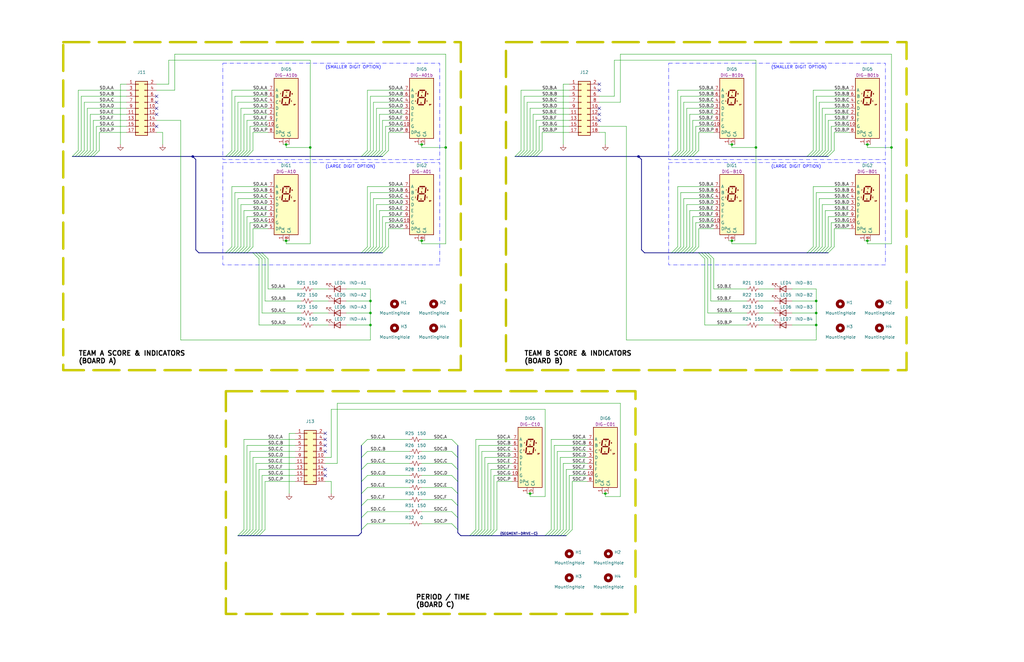
<source format=kicad_sch>
(kicad_sch (version 20230121) (generator eeschema)
  (paper "B")
  (title_block (title "Portable Score Board w/Remote") (date "2023-06-12") (rev "1") (company "AESilky") (comment 1 "Copyright AESilky 2023") (comment 4 "Digits Boards"))
  (lib_symbols
    (symbol "AES_Library:WJ-LEDS18012TUR11"
      (property "Reference" "U" (at 0 13.97 0))
      (symbol "WJ-LEDS18012TUR11_1_0"
        (text "A" (at 0.254 6.858 0) (effects (font (size 0.508 0.508))))
        (text "B" (at 2.54 6.096 0) (effects (font (size 0.508 0.508))))
        (text "C" (at 2.286 3.048 0) (effects (font (size 0.508 0.508))))
        (text "D" (at -0.254 2.286 0) (effects (font (size 0.508 0.508))))
        (text "DP" (at 3.556 1.524 0) (effects (font (size 0.508 0.508))))
        (text "E" (at -2.54 3.048 0) (effects (font (size 0.508 0.508))))
        (text "F" (at -2.286 6.096 0) (effects (font (size 0.508 0.508))))
        (text "G" (at 0 5.334 0) (effects (font (size 0.508 0.508))))
      )
      (symbol "WJ-LEDS18012TUR11_1_1"
        (pin input line (at -1.27 -15.24 90) (length 2.54) (name "CA") (number "1"))
        (pin input line (at -7.62 -7.62 0) (length 2.54) (name "G") (number "10"))
        (pin input line (at -7.62 -2.54 0) (length 2.54) (name "E") (number "2"))
        (pin input line (at -7.62 0 0) (length 2.54) (name "D") (number "3"))
        (pin input line (at -7.62 2.54 0) (length 2.54) (name "C") (number "4"))
        (pin input line (at 1.27 -15.24 90) (length 2.54) (name "CA") (number "5"))
        (pin input line (at -7.62 5.08 0) (length 2.54) (name "B") (number "6"))
        (pin input line (at -7.62 7.62 0) (length 2.54) (name "A") (number "7"))
        (pin input line (at -7.62 -10.16 0) (length 2.54) (name "DP") (number "8"))
        (pin input line (at -7.62 -5.08 0) (length 2.54) (name "F") (number "9"))
      )
    )
    (symbol "AES_Library:WJ-LEDS40012TUR11"
      (property "Reference" "U" (at 0 13.97 0))
      (symbol "WJ-LEDS40012TUR11_1_0"
        (text "A" (at 0.254 6.858 0) (effects (font (size 0.508 0.508))))
        (text "B" (at 2.54 6.096 0) (effects (font (size 0.508 0.508))))
        (text "C" (at 2.286 3.048 0) (effects (font (size 0.508 0.508))))
        (text "D" (at -0.254 2.286 0) (effects (font (size 0.508 0.508))))
        (text "DP" (at 3.556 1.524 0) (effects (font (size 0.508 0.508))))
        (text "E" (at -2.54 3.048 0) (effects (font (size 0.508 0.508))))
        (text "F" (at -2.286 6.096 0) (effects (font (size 0.508 0.508))))
        (text "G" (at 0 5.334 0) (effects (font (size 0.508 0.508))))
      )
      (symbol "WJ-LEDS40012TUR11_1_1"
        (pin input line (at -1.27 -15.24 90) (length 2.54) (name "CA") (number "1"))
        (pin input line (at -7.62 -7.62 0) (length 2.54) (name "G") (number "10"))
        (pin input line (at -7.62 -2.54 0) (length 2.54) (name "E") (number "2"))
        (pin input line (at -7.62 0 0) (length 2.54) (name "D") (number "3"))
        (pin input line (at -7.62 2.54 0) (length 2.54) (name "C") (number "4"))
        (pin input line (at -7.62 -10.16 0) (length 2.54) (name "DP") (number "5"))
        (pin input line (at -7.62 5.08 0) (length 2.54) (name "B") (number "6"))
        (pin input line (at -7.62 7.62 0) (length 2.54) (name "A") (number "7"))
        (pin input line (at 1.27 -15.24 90) (length 2.54) (name "CA") (number "8"))
        (pin input line (at -7.62 -5.08 0) (length 2.54) (name "F") (number "9"))
      )
    )
    (symbol "Connector_Generic:Conn_02x09_Odd_Even" (pin_names (offset 1.016) hide)
      (property "Reference" "J" (at 1.27 12.7 0))
      (property "Value" "Conn_02x09_Odd_Even" (at 1.27 -12.7 0))
      (symbol "Conn_02x09_Odd_Even_1_1"
        (pin passive line (at -5.08 10.16 0) (length 3.81) (name "Pin_1") (number "1"))
        (pin passive line (at 7.62 0 180) (length 3.81) (name "Pin_10") (number "10"))
        (pin passive line (at -5.08 -2.54 0) (length 3.81) (name "Pin_11") (number "11"))
        (pin passive line (at 7.62 -2.54 180) (length 3.81) (name "Pin_12") (number "12"))
        (pin passive line (at -5.08 -5.08 0) (length 3.81) (name "Pin_13") (number "13"))
        (pin passive line (at 7.62 -5.08 180) (length 3.81) (name "Pin_14") (number "14"))
        (pin passive line (at -5.08 -7.62 0) (length 3.81) (name "Pin_15") (number "15"))
        (pin passive line (at 7.62 -7.62 180) (length 3.81) (name "Pin_16") (number "16"))
        (pin passive line (at -5.08 -10.16 0) (length 3.81) (name "Pin_17") (number "17"))
        (pin passive line (at 7.62 -10.16 180) (length 3.81) (name "Pin_18") (number "18"))
        (pin passive line (at 7.62 10.16 180) (length 3.81) (name "Pin_2") (number "2"))
        (pin passive line (at -5.08 7.62 0) (length 3.81) (name "Pin_3") (number "3"))
        (pin passive line (at 7.62 7.62 180) (length 3.81) (name "Pin_4") (number "4"))
        (pin passive line (at -5.08 5.08 0) (length 3.81) (name "Pin_5") (number "5"))
        (pin passive line (at 7.62 5.08 180) (length 3.81) (name "Pin_6") (number "6"))
        (pin passive line (at -5.08 2.54 0) (length 3.81) (name "Pin_7") (number "7"))
        (pin passive line (at 7.62 2.54 180) (length 3.81) (name "Pin_8") (number "8"))
        (pin passive line (at -5.08 0 0) (length 3.81) (name "Pin_9") (number "9"))
      )
    )
    (symbol "Device:LED" (pin_numbers hide) (pin_names (offset 1.016) hide)
      (property "Reference" "D" (at 0 2.54 0))
      (property "Value" "LED" (at 0 -2.54 0))
      (symbol "LED_1_1"
        (pin passive line (at -3.81 0 0) (length 2.54) (name "K") (number "1"))
        (pin passive line (at 3.81 0 180) (length 2.54) (name "A") (number "2"))
      )
    )
    (symbol "Device:R_Small_US" (pin_numbers hide) (pin_names (offset 0.254) hide)
      (property "Reference" "R" (at 0.762 0.508 0))
      (property "Value" "R_Small_US" (at 0.762 -1.016 0))
      (symbol "R_Small_US_1_1"
        (pin passive line (at 0 2.54 270) (length 1.016) (name "~") (number "1"))
        (pin passive line (at 0 -2.54 90) (length 1.016) (name "~") (number "2"))
      )
    )
    (symbol "Mechanical:MountingHole" (pin_names (offset 1.016))
      (property "Reference" "H" (at 0 5.08 0))
      (property "Value" "MountingHole" (at 0 3.175 0))
    )
    (symbol "power:GND" (power) (pin_names (offset 0))
      (property "Value" "GND" (at 0 -3.81 0))
      (symbol "GND_1_1"
        (pin power_in line (at 0 0 270) (length 0) hide (name "GND") (number "1"))
      )
    )
  )
  (junction (at 120.65 60.96))
  (junction (at 255.27 208.28))
  (junction (at 156.21 127))
  (junction (at 344.17 127))
  (junction (at 375.92 62.23))
  (junction (at 318.77 62.23))
  (junction (at 156.21 137.16))
  (junction (at 223.52 208.28))
  (junction (at 177.8 60.96))
  (junction (at 187.96 62.23))
  (junction (at 130.81 62.23))
  (junction (at 156.21 132.08))
  (junction (at 308.61 60.96))
  (junction (at 308.61 101.6))
  (junction (at 269.24 66.04))
  (junction (at 344.17 132.08))
  (junction (at 120.65 101.6))
  (junction (at 365.76 60.96))
  (junction (at 81.28 66.04))
  (junction (at 365.76 101.6))
  (junction (at 177.8 101.6))
  (junction (at 344.17 137.16))
  (no_connect (at 252.73 48.26))
  (no_connect (at 137.16 190.5))
  (no_connect (at 252.73 45.72))
  (no_connect (at 252.73 38.1))
  (no_connect (at 137.16 185.42))
  (no_connect (at 252.73 50.8))
  (no_connect (at 66.04 48.26))
  (no_connect (at 137.16 182.88))
  (no_connect (at 66.04 43.18))
  (no_connect (at 66.04 40.64))
  (no_connect (at 137.16 200.66))
  (no_connect (at 66.04 45.72))
  (no_connect (at 252.73 35.56))
  (no_connect (at 66.04 53.34))
  (no_connect (at 137.16 187.96))
  (no_connect (at 137.16 198.12))
  (bus_entry (at 101.6 63.5) (size -2.54 2.54))
  (bus_entry (at 157.48 63.5) (size -2.54 2.54))
  (bus_entry (at 156.21 104.14) (size -2.54 2.54))
  (bus_entry (at 209.55 223.52) (size -2.54 2.54))
  (bus_entry (at 292.1 104.14) (size -2.54 2.54))
  (bus_entry (at 293.37 63.5) (size -2.54 2.54))
  (bus_entry (at 208.28 223.52) (size -2.54 2.54))
  (bus_entry (at 224.79 63.5) (size -2.54 2.54))
  (bus_entry (at 36.83 63.5) (size -2.54 2.54))
  (bus_entry (at 35.56 63.5) (size -2.54 2.54))
  (bus_entry (at 350.52 104.14) (size -2.54 2.54))
  (bus_entry (at 102.87 63.5) (size -2.54 2.54))
  (bus_entry (at 40.64 63.5) (size -2.54 2.54))
  (bus_entry (at 104.14 223.52) (size -2.54 2.54))
  (bus_entry (at 349.25 104.14) (size -2.54 2.54))
  (bus_entry (at 106.68 63.5) (size -2.54 2.54))
  (bus_entry (at 241.3 223.52) (size -2.54 2.54))
  (bus_entry (at 237.49 223.52) (size -2.54 2.54))
  (bus_entry (at 158.75 104.14) (size -2.54 2.54))
  (bus_entry (at 104.14 63.5) (size -2.54 2.54))
  (bus_entry (at 105.41 104.14) (size -2.54 2.54))
  (bus_entry (at 293.37 104.14) (size -2.54 2.54))
  (bus_entry (at 346.71 104.14) (size -2.54 2.54))
  (bus_entry (at 347.98 104.14) (size -2.54 2.54))
  (bus_entry (at 107.95 106.68) (size 2.54 2.54))
  (bus_entry (at 154.94 104.14) (size -2.54 2.54))
  (bus_entry (at 226.06 63.5) (size -2.54 2.54))
  (bus_entry (at 288.29 63.5) (size -2.54 2.54))
  (bus_entry (at 294.64 104.14) (size -2.54 2.54))
  (bus_entry (at 190.5 195.58) (size 2.54 2.54))
  (bus_entry (at 350.52 63.5) (size -2.54 2.54))
  (bus_entry (at 157.48 104.14) (size -2.54 2.54))
  (bus_entry (at 111.76 223.52) (size -2.54 2.54))
  (bus_entry (at 238.76 223.52) (size -2.54 2.54))
  (bus_entry (at 345.44 104.14) (size -2.54 2.54))
  (bus_entry (at 289.56 63.5) (size -2.54 2.54))
  (bus_entry (at 190.5 210.82) (size 2.54 2.54))
  (bus_entry (at 190.5 200.66) (size 2.54 2.54))
  (bus_entry (at 207.01 223.52) (size -2.54 2.54))
  (bus_entry (at 349.25 63.5) (size -2.54 2.54))
  (bus_entry (at 190.5 220.98) (size 2.54 2.54))
  (bus_entry (at 105.41 223.52) (size -2.54 2.54))
  (bus_entry (at 154.94 63.5) (size -2.54 2.54))
  (bus_entry (at 295.91 106.68) (size 2.54 2.54))
  (bus_entry (at 190.5 190.5) (size 2.54 2.54))
  (bus_entry (at 346.71 63.5) (size -2.54 2.54))
  (bus_entry (at 162.56 104.14) (size -2.54 2.54))
  (bus_entry (at 190.5 215.9) (size 2.54 2.54))
  (bus_entry (at 205.74 223.52) (size -2.54 2.54))
  (bus_entry (at 106.68 106.68) (size 2.54 2.54))
  (bus_entry (at 106.68 104.14) (size -2.54 2.54))
  (bus_entry (at 222.25 63.5) (size -2.54 2.54))
  (bus_entry (at 287.02 104.14) (size -2.54 2.54))
  (bus_entry (at 101.6 104.14) (size -2.54 2.54))
  (bus_entry (at 110.49 223.52) (size -2.54 2.54))
  (bus_entry (at 203.2 223.52) (size -2.54 2.54))
  (bus_entry (at 162.56 63.5) (size -2.54 2.54))
  (bus_entry (at 99.06 104.14) (size -2.54 2.54))
  (bus_entry (at 100.33 104.14) (size -2.54 2.54))
  (bus_entry (at 297.18 106.68) (size 2.54 2.54))
  (bus_entry (at 219.71 63.5) (size -2.54 2.54))
  (bus_entry (at 227.33 63.5) (size -2.54 2.54))
  (bus_entry (at 294.64 63.5) (size -2.54 2.54))
  (bus_entry (at 158.75 63.5) (size -2.54 2.54))
  (bus_entry (at 102.87 104.14) (size -2.54 2.54))
  (bus_entry (at 152.4 187.96) (size 2.54 -2.54))
  (bus_entry (at 39.37 63.5) (size -2.54 2.54))
  (bus_entry (at 289.56 104.14) (size -2.54 2.54))
  (bus_entry (at 288.29 104.14) (size -2.54 2.54))
  (bus_entry (at 97.79 104.14) (size -2.54 2.54))
  (bus_entry (at 161.29 104.14) (size -2.54 2.54))
  (bus_entry (at 344.17 104.14) (size -2.54 2.54))
  (bus_entry (at 223.52 63.5) (size -2.54 2.54))
  (bus_entry (at 345.44 63.5) (size -2.54 2.54))
  (bus_entry (at 33.02 63.5) (size -2.54 2.54))
  (bus_entry (at 298.45 106.68) (size 2.54 2.54))
  (bus_entry (at 344.17 63.5) (size -2.54 2.54))
  (bus_entry (at 109.22 223.52) (size -2.54 2.54))
  (bus_entry (at 351.79 104.14) (size -2.54 2.54))
  (bus_entry (at 152.4 218.44) (size 2.54 -2.54))
  (bus_entry (at 163.83 104.14) (size -2.54 2.54))
  (bus_entry (at 220.98 63.5) (size -2.54 2.54))
  (bus_entry (at 104.14 104.14) (size -2.54 2.54))
  (bus_entry (at 152.4 203.2) (size 2.54 -2.54))
  (bus_entry (at 347.98 63.5) (size -2.54 2.54))
  (bus_entry (at 292.1 63.5) (size -2.54 2.54))
  (bus_entry (at 161.29 63.5) (size -2.54 2.54))
  (bus_entry (at 234.95 223.52) (size -2.54 2.54))
  (bus_entry (at 290.83 104.14) (size -2.54 2.54))
  (bus_entry (at 201.93 223.52) (size -2.54 2.54))
  (bus_entry (at 160.02 104.14) (size -2.54 2.54))
  (bus_entry (at 190.5 185.42) (size 2.54 2.54))
  (bus_entry (at 285.75 63.5) (size -2.54 2.54))
  (bus_entry (at 233.68 223.52) (size -2.54 2.54))
  (bus_entry (at 294.64 106.68) (size 2.54 2.54))
  (bus_entry (at 351.79 63.5) (size -2.54 2.54))
  (bus_entry (at 152.4 223.52) (size 2.54 -2.54))
  (bus_entry (at 109.22 106.68) (size 2.54 2.54))
  (bus_entry (at 236.22 223.52) (size -2.54 2.54))
  (bus_entry (at 156.21 63.5) (size -2.54 2.54))
  (bus_entry (at 102.87 223.52) (size -2.54 2.54))
  (bus_entry (at 190.5 205.74) (size 2.54 2.54))
  (bus_entry (at 106.68 223.52) (size -2.54 2.54))
  (bus_entry (at 290.83 63.5) (size -2.54 2.54))
  (bus_entry (at 287.02 63.5) (size -2.54 2.54))
  (bus_entry (at 38.1 63.5) (size -2.54 2.54))
  (bus_entry (at 342.9 63.5) (size -2.54 2.54))
  (bus_entry (at 152.4 208.28) (size 2.54 -2.54))
  (bus_entry (at 152.4 193.04) (size 2.54 -2.54))
  (bus_entry (at 200.66 223.52) (size -2.54 2.54))
  (bus_entry (at 285.75 104.14) (size -2.54 2.54))
  (bus_entry (at 105.41 63.5) (size -2.54 2.54))
  (bus_entry (at 163.83 63.5) (size -2.54 2.54))
  (bus_entry (at 228.6 63.5) (size -2.54 2.54))
  (bus_entry (at 97.79 63.5) (size -2.54 2.54))
  (bus_entry (at 34.29 63.5) (size -2.54 2.54))
  (bus_entry (at 41.91 63.5) (size -2.54 2.54))
  (bus_entry (at 99.06 63.5) (size -2.54 2.54))
  (bus_entry (at 110.49 106.68) (size 2.54 2.54))
  (bus_entry (at 100.33 63.5) (size -2.54 2.54))
  (bus_entry (at 240.03 223.52) (size -2.54 2.54))
  (bus_entry (at 152.4 213.36) (size 2.54 -2.54))
  (bus_entry (at 232.41 223.52) (size -2.54 2.54))
  (bus_entry (at 204.47 223.52) (size -2.54 2.54))
  (bus_entry (at 152.4 198.12) (size 2.54 -2.54))
  (bus_entry (at 160.02 63.5) (size -2.54 2.54))
  (bus_entry (at 342.9 104.14) (size -2.54 2.54))
  (bus_entry (at 107.95 223.52) (size -2.54 2.54))
  (wire (pts (xy 109.22 198.12) (xy 109.22 223.52)))
  (wire (pts (xy 298.45 132.08) (xy 298.45 109.22)))
  (wire (pts (xy 39.37 50.8) (xy 39.37 63.5)))
  (bus (pts (xy 193.04 213.36) (xy 193.04 208.28)))
  (bus (pts (xy 226.06 66.04) (xy 269.24 66.04)))
  (wire (pts (xy 110.49 132.08) (xy 110.49 109.22)))
  (wire (pts (xy 100.33 83.82) (xy 100.33 104.14)))
  (wire (pts (xy 53.34 35.56) (xy 50.8 35.56)))
  (bus (pts (xy 152.4 193.04) (xy 152.4 198.12)))
  (wire (pts (xy 204.47 193.04) (xy 204.47 223.52)))
  (bus (pts (xy 200.66 226.06) (xy 201.93 226.06)))
  (wire (pts (xy 120.65 101.6) (xy 120.65 102.87)))
  (wire (pts (xy 292.1 91.44) (xy 292.1 104.14)))
  (wire (pts (xy 156.21 132.08) (xy 156.21 137.16)))
  (wire (pts (xy 102.87 48.26) (xy 102.87 63.5)))
  (wire (pts (xy 177.8 185.42) (xy 190.5 185.42)))
  (bus (pts (xy 292.1 66.04) (xy 340.36 66.04)))
  (bus (pts (xy 193.04 224.79) (xy 194.31 226.06)))
  (wire (pts (xy 161.29 50.8) (xy 170.18 50.8)))
  (wire (pts (xy 350.52 53.34) (xy 350.52 63.5)))
  (wire (pts (xy 351.79 96.52) (xy 358.14 96.52)))
  (wire (pts (xy 154.94 195.58) (xy 172.72 195.58)))
  (bus (pts (xy 290.83 66.04) (xy 292.1 66.04)))
  (wire (pts (xy 68.58 55.88) (xy 68.58 60.96)))
  (wire (pts (xy 292.1 50.8) (xy 292.1 63.5)))
  (wire (pts (xy 351.79 55.88) (xy 358.14 55.88)))
  (bus (pts (xy 193.04 224.79) (xy 193.04 223.52)))
  (bus (pts (xy 39.37 66.04) (xy 81.28 66.04)))
  (wire (pts (xy 66.04 55.88) (xy 68.58 55.88)))
  (wire (pts (xy 222.25 43.18) (xy 240.03 43.18)))
  (wire (pts (xy 102.87 88.9) (xy 102.87 104.14)))
  (bus (pts (xy 224.79 66.04) (xy 226.06 66.04)))
  (wire (pts (xy 224.79 48.26) (xy 224.79 63.5)))
  (bus (pts (xy 220.98 66.04) (xy 222.25 66.04)))
  (wire (pts (xy 113.03 45.72) (xy 101.6 45.72)))
  (wire (pts (xy 176.53 60.96) (xy 177.8 60.96)))
  (wire (pts (xy 285.75 78.74) (xy 300.99 78.74)))
  (wire (pts (xy 154.94 185.42) (xy 172.72 185.42)))
  (bus (pts (xy 346.71 106.68) (xy 347.98 106.68)))
  (bus (pts (xy 288.29 66.04) (xy 289.56 66.04)))
  (wire (pts (xy 289.56 86.36) (xy 289.56 104.14)))
  (wire (pts (xy 254 208.28) (xy 255.27 208.28)))
  (bus (pts (xy 347.98 66.04) (xy 349.25 66.04)))
  (wire (pts (xy 364.49 101.6) (xy 365.76 101.6)))
  (wire (pts (xy 255.27 208.28) (xy 255.27 209.55)))
  (wire (pts (xy 293.37 53.34) (xy 293.37 63.5)))
  (bus (pts (xy 152.4 198.12) (xy 152.4 203.2)))
  (bus (pts (xy 341.63 66.04) (xy 342.9 66.04)))
  (bus (pts (xy 153.67 66.04) (xy 154.94 66.04)))
  (bus (pts (xy 287.02 106.68) (xy 288.29 106.68)))
  (wire (pts (xy 259.08 40.64) (xy 252.73 40.64)))
  (wire (pts (xy 345.44 43.18) (xy 345.44 63.5)))
  (wire (pts (xy 287.02 81.28) (xy 300.99 81.28)))
  (wire (pts (xy 73.66 22.86) (xy 73.66 38.1)))
  (wire (pts (xy 293.37 93.98) (xy 300.99 93.98)))
  (bus (pts (xy 95.25 66.04) (xy 96.52 66.04)))
  (wire (pts (xy 142.24 195.58) (xy 137.16 195.58)))
  (bus (pts (xy 344.17 106.68) (xy 345.44 106.68)))
  (wire (pts (xy 349.25 91.44) (xy 358.14 91.44)))
  (wire (pts (xy 222.25 43.18) (xy 222.25 63.5)))
  (wire (pts (xy 365.76 62.23) (xy 365.76 60.96)))
  (wire (pts (xy 106.68 193.04) (xy 124.46 193.04)))
  (wire (pts (xy 240.03 200.66) (xy 247.65 200.66)))
  (wire (pts (xy 200.66 185.42) (xy 200.66 223.52)))
  (bus (pts (xy 101.6 226.06) (xy 102.87 226.06)))
  (bus (pts (xy 152.4 203.2) (xy 152.4 208.28)))
  (wire (pts (xy 105.41 190.5) (xy 124.46 190.5)))
  (wire (pts (xy 294.64 55.88) (xy 294.64 63.5)))
  (wire (pts (xy 300.99 86.36) (xy 289.56 86.36)))
  (bus (pts (xy 193.04 203.2) (xy 193.04 208.28)))
  (wire (pts (xy 358.14 43.18) (xy 345.44 43.18)))
  (bus (pts (xy 106.68 106.68) (xy 107.95 106.68)))
  (wire (pts (xy 288.29 43.18) (xy 288.29 63.5)))
  (bus (pts (xy 204.47 226.06) (xy 205.74 226.06)))
  (wire (pts (xy 154.94 190.5) (xy 172.72 190.5)))
  (wire (pts (xy 132.08 121.92) (xy 138.43 121.92)))
  (bus (pts (xy 193.04 213.36) (xy 193.04 218.44)))
  (bus (pts (xy 95.25 106.68) (xy 96.52 106.68)))
  (wire (pts (xy 137.16 203.2) (xy 139.7 203.2)))
  (bus (pts (xy 344.17 66.04) (xy 345.44 66.04)))
  (wire (pts (xy 259.08 25.4) (xy 259.08 40.64)))
  (wire (pts (xy 111.76 203.2) (xy 111.76 223.52)))
  (wire (pts (xy 40.64 53.34) (xy 53.34 53.34)))
  (wire (pts (xy 237.49 195.58) (xy 237.49 223.52)))
  (wire (pts (xy 100.33 43.18) (xy 100.33 63.5)))
  (wire (pts (xy 39.37 50.8) (xy 53.34 50.8)))
  (wire (pts (xy 234.95 190.5) (xy 234.95 223.52)))
  (bus (pts (xy 218.44 66.04) (xy 219.71 66.04)))
  (wire (pts (xy 375.92 102.87) (xy 375.92 62.23)))
  (wire (pts (xy 71.12 35.56) (xy 66.04 35.56)))
  (wire (pts (xy 252.73 55.88) (xy 255.27 55.88)))
  (wire (pts (xy 358.14 88.9) (xy 347.98 88.9)))
  (wire (pts (xy 219.71 38.1) (xy 240.03 38.1)))
  (wire (pts (xy 255.27 209.55) (xy 261.62 209.55)))
  (bus (pts (xy 156.21 66.04) (xy 157.48 66.04)))
  (wire (pts (xy 226.06 50.8) (xy 240.03 50.8)))
  (wire (pts (xy 161.29 91.44) (xy 170.18 91.44)))
  (wire (pts (xy 35.56 43.18) (xy 53.34 43.18)))
  (bus (pts (xy 193.04 203.2) (xy 193.04 198.12)))
  (wire (pts (xy 227.33 53.34) (xy 240.03 53.34)))
  (wire (pts (xy 119.38 101.6) (xy 120.65 101.6)))
  (bus (pts (xy 222.25 66.04) (xy 223.52 66.04)))
  (wire (pts (xy 223.52 208.28) (xy 224.79 208.28)))
  (wire (pts (xy 241.3 203.2) (xy 241.3 223.52)))
  (bus (pts (xy 33.02 66.04) (xy 34.29 66.04)))
  (bus (pts (xy 285.75 66.04) (xy 287.02 66.04)))
  (bus (pts (xy 232.41 226.06) (xy 233.68 226.06)))
  (wire (pts (xy 247.65 193.04) (xy 236.22 193.04)))
  (bus (pts (xy 288.29 106.68) (xy 289.56 106.68)))
  (bus (pts (xy 99.06 106.68) (xy 100.33 106.68)))
  (wire (pts (xy 113.03 88.9) (xy 102.87 88.9)))
  (wire (pts (xy 314.96 132.08) (xy 298.45 132.08)))
  (wire (pts (xy 154.94 205.74) (xy 172.72 205.74)))
  (wire (pts (xy 247.65 190.5) (xy 234.95 190.5)))
  (wire (pts (xy 110.49 200.66) (xy 124.46 200.66)))
  (wire (pts (xy 97.79 78.74) (xy 97.79 104.14)))
  (bus (pts (xy 152.4 223.52) (xy 152.4 224.79)))
  (wire (pts (xy 287.02 81.28) (xy 287.02 104.14)))
  (wire (pts (xy 99.06 81.28) (xy 99.06 104.14)))
  (wire (pts (xy 154.94 78.74) (xy 170.18 78.74)))
  (wire (pts (xy 358.14 45.72) (xy 346.71 45.72)))
  (wire (pts (xy 132.08 132.08) (xy 138.43 132.08)))
  (wire (pts (xy 40.64 53.34) (xy 40.64 63.5)))
  (wire (pts (xy 334.01 137.16) (xy 344.17 137.16)))
  (bus (pts (xy 342.9 66.04) (xy 344.17 66.04)))
  (bus (pts (xy 157.48 106.68) (xy 158.75 106.68)))
  (wire (pts (xy 308.61 62.23) (xy 308.61 60.96)))
  (bus (pts (xy 81.28 66.04) (xy 95.25 66.04)))
  (wire (pts (xy 201.93 187.96) (xy 201.93 223.52)))
  (wire (pts (xy 109.22 137.16) (xy 109.22 109.22)))
  (wire (pts (xy 238.76 198.12) (xy 247.65 198.12)))
  (wire (pts (xy 34.29 40.64) (xy 53.34 40.64)))
  (wire (pts (xy 127 137.16) (xy 109.22 137.16)))
  (bus (pts (xy 205.74 226.06) (xy 207.01 226.06)))
  (bus (pts (xy 271.78 106.68) (xy 283.21 106.68)))
  (wire (pts (xy 146.05 127) (xy 156.21 127)))
  (wire (pts (xy 99.06 81.28) (xy 113.03 81.28)))
  (wire (pts (xy 130.81 102.87) (xy 130.81 62.23)))
  (bus (pts (xy 234.95 226.06) (xy 236.22 226.06)))
  (wire (pts (xy 344.17 121.92) (xy 344.17 127)))
  (bus (pts (xy 341.63 106.68) (xy 342.9 106.68)))
  (wire (pts (xy 139.7 193.04) (xy 137.16 193.04)))
  (wire (pts (xy 344.17 137.16) (xy 344.17 143.51)))
  (wire (pts (xy 154.94 38.1) (xy 170.18 38.1)))
  (bus (pts (xy 231.14 226.06) (xy 232.41 226.06)))
  (bus (pts (xy 203.2 226.06) (xy 204.47 226.06)))
  (wire (pts (xy 209.55 203.2) (xy 215.9 203.2)))
  (wire (pts (xy 154.94 220.98) (xy 172.72 220.98)))
  (wire (pts (xy 162.56 93.98) (xy 170.18 93.98)))
  (wire (pts (xy 101.6 45.72) (xy 101.6 63.5)))
  (bus (pts (xy 289.56 66.04) (xy 290.83 66.04)))
  (wire (pts (xy 290.83 88.9) (xy 290.83 104.14)))
  (wire (pts (xy 209.55 203.2) (xy 209.55 223.52)))
  (bus (pts (xy 106.68 226.06) (xy 107.95 226.06)))
  (bus (pts (xy 109.22 106.68) (xy 110.49 106.68)))
  (bus (pts (xy 284.48 106.68) (xy 285.75 106.68)))
  (wire (pts (xy 364.49 60.96) (xy 365.76 60.96)))
  (bus (pts (xy 83.82 106.68) (xy 95.25 106.68)))
  (bus (pts (xy 96.52 106.68) (xy 97.79 106.68)))
  (wire (pts (xy 105.41 53.34) (xy 105.41 63.5)))
  (wire (pts (xy 342.9 78.74) (xy 342.9 104.14)))
  (bus (pts (xy 346.71 66.04) (xy 347.98 66.04)))
  (bus (pts (xy 284.48 66.04) (xy 285.75 66.04)))
  (bus (pts (xy 105.41 226.06) (xy 106.68 226.06)))
  (wire (pts (xy 187.96 22.86) (xy 187.96 62.23)))
  (wire (pts (xy 344.17 132.08) (xy 344.17 137.16)))
  (bus (pts (xy 287.02 66.04) (xy 288.29 66.04)))
  (wire (pts (xy 156.21 40.64) (xy 156.21 63.5)))
  (wire (pts (xy 139.7 203.2) (xy 139.7 208.28)))
  (bus (pts (xy 107.95 226.06) (xy 109.22 226.06)))
  (bus (pts (xy 152.4 187.96) (xy 152.4 193.04)))
  (bus (pts (xy 104.14 226.06) (xy 105.41 226.06)))
  (wire (pts (xy 177.8 195.58) (xy 190.5 195.58)))
  (wire (pts (xy 308.61 102.87) (xy 318.77 102.87)))
  (wire (pts (xy 177.8 215.9) (xy 190.5 215.9)))
  (wire (pts (xy 318.77 102.87) (xy 318.77 62.23)))
  (wire (pts (xy 76.2 50.8) (xy 66.04 50.8)))
  (wire (pts (xy 300.99 109.22) (xy 300.99 121.92)))
  (wire (pts (xy 237.49 35.56) (xy 237.49 60.96)))
  (bus (pts (xy 198.12 226.06) (xy 199.39 226.06)))
  (wire (pts (xy 349.25 50.8) (xy 358.14 50.8)))
  (bus (pts (xy 270.51 67.31) (xy 269.24 66.04)))
  (wire (pts (xy 170.18 48.26) (xy 160.02 48.26)))
  (wire (pts (xy 50.8 35.56) (xy 50.8 60.96)))
  (wire (pts (xy 223.52 45.72) (xy 240.03 45.72)))
  (wire (pts (xy 97.79 38.1) (xy 97.79 63.5)))
  (wire (pts (xy 294.64 96.52) (xy 300.99 96.52)))
  (wire (pts (xy 347.98 88.9) (xy 347.98 104.14)))
  (wire (pts (xy 127 127) (xy 111.76 127)))
  (wire (pts (xy 342.9 78.74) (xy 358.14 78.74)))
  (wire (pts (xy 207.01 198.12) (xy 215.9 198.12)))
  (bus (pts (xy 152.4 224.79) (xy 151.13 226.06)))
  (wire (pts (xy 345.44 83.82) (xy 345.44 104.14)))
  (wire (pts (xy 215.9 190.5) (xy 203.2 190.5)))
  (bus (pts (xy 269.24 66.04) (xy 283.21 66.04)))
  (wire (pts (xy 160.02 88.9) (xy 160.02 104.14)))
  (bus (pts (xy 237.49 226.06) (xy 238.76 226.06)))
  (wire (pts (xy 222.25 208.28) (xy 223.52 208.28)))
  (bus (pts (xy 100.33 226.06) (xy 101.6 226.06)))
  (wire (pts (xy 215.9 193.04) (xy 204.47 193.04)))
  (wire (pts (xy 375.92 22.86) (xy 375.92 62.23)))
  (wire (pts (xy 176.53 101.6) (xy 177.8 101.6)))
  (bus (pts (xy 100.33 106.68) (xy 101.6 106.68)))
  (wire (pts (xy 106.68 55.88) (xy 113.03 55.88)))
  (wire (pts (xy 38.1 48.26) (xy 53.34 48.26)))
  (wire (pts (xy 106.68 96.52) (xy 106.68 104.14)))
  (wire (pts (xy 127 132.08) (xy 110.49 132.08)))
  (wire (pts (xy 261.62 209.55) (xy 261.62 170.18)))
  (wire (pts (xy 220.98 40.64) (xy 240.03 40.64)))
  (wire (pts (xy 347.98 48.26) (xy 347.98 63.5)))
  (bus (pts (xy 35.56 66.04) (xy 36.83 66.04)))
  (wire (pts (xy 170.18 86.36) (xy 158.75 86.36)))
  (wire (pts (xy 285.75 38.1) (xy 285.75 63.5)))
  (wire (pts (xy 36.83 45.72) (xy 36.83 63.5)))
  (wire (pts (xy 223.52 209.55) (xy 229.87 209.55)))
  (wire (pts (xy 228.6 55.88) (xy 228.6 63.5)))
  (bus (pts (xy 154.94 106.68) (xy 156.21 106.68)))
  (wire (pts (xy 163.83 55.88) (xy 170.18 55.88)))
  (wire (pts (xy 187.96 102.87) (xy 187.96 62.23)))
  (wire (pts (xy 105.41 93.98) (xy 105.41 104.14)))
  (wire (pts (xy 308.61 60.96) (xy 309.88 60.96)))
  (wire (pts (xy 107.95 195.58) (xy 107.95 223.52)))
  (wire (pts (xy 220.98 40.64) (xy 220.98 63.5)))
  (wire (pts (xy 139.7 172.72) (xy 139.7 193.04)))
  (wire (pts (xy 156.21 121.92) (xy 156.21 127)))
  (wire (pts (xy 162.56 53.34) (xy 170.18 53.34)))
  (wire (pts (xy 105.41 190.5) (xy 105.41 223.52)))
  (wire (pts (xy 106.68 193.04) (xy 106.68 223.52)))
  (wire (pts (xy 288.29 83.82) (xy 288.29 104.14)))
  (wire (pts (xy 161.29 50.8) (xy 161.29 63.5)))
  (wire (pts (xy 120.65 102.87) (xy 130.81 102.87)))
  (wire (pts (xy 102.87 185.42) (xy 124.46 185.42)))
  (wire (pts (xy 158.75 86.36) (xy 158.75 104.14)))
  (wire (pts (xy 177.8 62.23) (xy 177.8 60.96)))
  (wire (pts (xy 365.76 102.87) (xy 375.92 102.87)))
  (wire (pts (xy 170.18 88.9) (xy 160.02 88.9)))
  (bus (pts (xy 345.44 106.68) (xy 346.71 106.68)))
  (bus (pts (xy 193.04 218.44) (xy 193.04 223.52)))
  (wire (pts (xy 207.01 198.12) (xy 207.01 223.52)))
  (wire (pts (xy 208.28 200.66) (xy 208.28 223.52)))
  (wire (pts (xy 294.64 96.52) (xy 294.64 104.14)))
  (wire (pts (xy 224.79 48.26) (xy 240.03 48.26)))
  (wire (pts (xy 358.14 86.36) (xy 346.71 86.36)))
  (bus (pts (xy 157.48 66.04) (xy 158.75 66.04)))
  (wire (pts (xy 201.93 187.96) (xy 215.9 187.96)))
  (bus (pts (xy 347.98 106.68) (xy 349.25 106.68)))
  (wire (pts (xy 157.48 83.82) (xy 157.48 104.14)))
  (wire (pts (xy 146.05 132.08) (xy 156.21 132.08)))
  (wire (pts (xy 177.8 101.6) (xy 177.8 102.87)))
  (bus (pts (xy 97.79 106.68) (xy 99.06 106.68)))
  (wire (pts (xy 156.21 137.16) (xy 156.21 143.51)))
  (wire (pts (xy 156.21 81.28) (xy 156.21 104.14)))
  (wire (pts (xy 109.22 198.12) (xy 124.46 198.12)))
  (wire (pts (xy 34.29 40.64) (xy 34.29 63.5)))
  (wire (pts (xy 358.14 83.82) (xy 345.44 83.82)))
  (wire (pts (xy 104.14 50.8) (xy 104.14 63.5)))
  (wire (pts (xy 308.61 101.6) (xy 308.61 102.87)))
  (wire (pts (xy 156.21 127) (xy 156.21 132.08)))
  (wire (pts (xy 240.03 35.56) (xy 237.49 35.56)))
  (wire (pts (xy 314.96 127) (xy 299.72 127)))
  (wire (pts (xy 318.77 62.23) (xy 308.61 62.23)))
  (wire (pts (xy 232.41 185.42) (xy 247.65 185.42)))
  (bus (pts (xy 219.71 66.04) (xy 220.98 66.04)))
  (bus (pts (xy 107.95 106.68) (xy 109.22 106.68)))
  (wire (pts (xy 365.76 101.6) (xy 365.76 102.87)))
  (bus (pts (xy 223.52 66.04) (xy 224.79 66.04)))
  (bus (pts (xy 153.67 106.68) (xy 154.94 106.68)))
  (bus (pts (xy 36.83 66.04) (xy 38.1 66.04)))
  (bus (pts (xy 102.87 106.68) (xy 104.14 106.68)))
  (wire (pts (xy 99.06 40.64) (xy 99.06 63.5)))
  (wire (pts (xy 205.74 195.58) (xy 205.74 223.52)))
  (wire (pts (xy 113.03 83.82) (xy 100.33 83.82)))
  (wire (pts (xy 154.94 215.9) (xy 172.72 215.9)))
  (wire (pts (xy 342.9 38.1) (xy 342.9 63.5)))
  (wire (pts (xy 300.99 88.9) (xy 290.83 88.9)))
  (wire (pts (xy 259.08 25.4) (xy 318.77 25.4)))
  (wire (pts (xy 130.81 62.23) (xy 120.65 62.23)))
  (wire (pts (xy 106.68 96.52) (xy 113.03 96.52)))
  (bus (pts (xy 194.31 226.06) (xy 198.12 226.06)))
  (bus (pts (xy 160.02 106.68) (xy 161.29 106.68)))
  (wire (pts (xy 71.12 25.4) (xy 130.81 25.4)))
  (wire (pts (xy 227.33 53.34) (xy 227.33 63.5)))
  (wire (pts (xy 132.08 137.16) (xy 138.43 137.16)))
  (bus (pts (xy 82.55 67.31) (xy 81.28 66.04)))
  (wire (pts (xy 38.1 48.26) (xy 38.1 63.5)))
  (wire (pts (xy 290.83 48.26) (xy 290.83 63.5)))
  (wire (pts (xy 219.71 38.1) (xy 219.71 63.5)))
  (wire (pts (xy 33.02 38.1) (xy 33.02 63.5)))
  (wire (pts (xy 104.14 91.44) (xy 113.03 91.44)))
  (wire (pts (xy 215.9 195.58) (xy 205.74 195.58)))
  (bus (pts (xy 345.44 66.04) (xy 346.71 66.04)))
  (wire (pts (xy 285.75 38.1) (xy 300.99 38.1)))
  (wire (pts (xy 349.25 50.8) (xy 349.25 63.5)))
  (wire (pts (xy 121.92 182.88) (xy 121.92 208.28)))
  (bus (pts (xy 102.87 66.04) (xy 104.14 66.04)))
  (wire (pts (xy 261.62 43.18) (xy 252.73 43.18)))
  (bus (pts (xy 217.17 66.04) (xy 218.44 66.04)))
  (wire (pts (xy 334.01 132.08) (xy 344.17 132.08)))
  (wire (pts (xy 97.79 38.1) (xy 113.03 38.1)))
  (bus (pts (xy 270.51 105.41) (xy 270.51 67.31)))
  (bus (pts (xy 271.78 106.68) (xy 270.51 105.41)))
  (wire (pts (xy 285.75 78.74) (xy 285.75 104.14)))
  (wire (pts (xy 120.65 101.6) (xy 121.92 101.6)))
  (bus (pts (xy 152.4 208.28) (xy 152.4 213.36)))
  (bus (pts (xy 294.64 106.68) (xy 295.91 106.68)))
  (wire (pts (xy 163.83 96.52) (xy 163.83 104.14)))
  (wire (pts (xy 350.52 93.98) (xy 350.52 104.14)))
  (wire (pts (xy 223.52 208.28) (xy 223.52 209.55)))
  (bus (pts (xy 96.52 66.04) (xy 97.79 66.04)))
  (bus (pts (xy 31.75 66.04) (xy 33.02 66.04)))
  (wire (pts (xy 208.28 200.66) (xy 215.9 200.66)))
  (wire (pts (xy 111.76 127) (xy 111.76 109.22)))
  (wire (pts (xy 294.64 55.88) (xy 300.99 55.88)))
  (bus (pts (xy 97.79 66.04) (xy 99.06 66.04)))
  (bus (pts (xy 295.91 106.68) (xy 297.18 106.68)))
  (wire (pts (xy 170.18 43.18) (xy 157.48 43.18)))
  (bus (pts (xy 83.82 106.68) (xy 82.55 105.41)))
  (bus (pts (xy 236.22 226.06) (xy 237.49 226.06)))
  (wire (pts (xy 146.05 121.92) (xy 156.21 121.92)))
  (wire (pts (xy 41.91 55.88) (xy 53.34 55.88)))
  (wire (pts (xy 255.27 208.28) (xy 256.54 208.28)))
  (wire (pts (xy 365.76 101.6) (xy 367.03 101.6)))
  (wire (pts (xy 299.72 127) (xy 299.72 109.22)))
  (wire (pts (xy 320.04 121.92) (xy 326.39 121.92)))
  (bus (pts (xy 102.87 226.06) (xy 104.14 226.06)))
  (wire (pts (xy 33.02 38.1) (xy 53.34 38.1)))
  (wire (pts (xy 346.71 86.36) (xy 346.71 104.14)))
  (wire (pts (xy 365.76 60.96) (xy 367.03 60.96)))
  (wire (pts (xy 161.29 91.44) (xy 161.29 104.14)))
  (wire (pts (xy 287.02 40.64) (xy 287.02 63.5)))
  (wire (pts (xy 177.8 60.96) (xy 179.07 60.96)))
  (wire (pts (xy 264.16 53.34) (xy 264.16 143.51)))
  (bus (pts (xy 199.39 226.06) (xy 200.66 226.06)))
  (bus (pts (xy 340.36 66.04) (xy 341.63 66.04)))
  (wire (pts (xy 314.96 121.92) (xy 300.99 121.92)))
  (wire (pts (xy 104.14 187.96) (xy 104.14 223.52)))
  (bus (pts (xy 289.56 106.68) (xy 290.83 106.68)))
  (wire (pts (xy 177.8 220.98) (xy 190.5 220.98)))
  (wire (pts (xy 346.71 45.72) (xy 346.71 63.5)))
  (wire (pts (xy 292.1 91.44) (xy 300.99 91.44)))
  (bus (pts (xy 100.33 66.04) (xy 101.6 66.04)))
  (wire (pts (xy 320.04 137.16) (xy 326.39 137.16)))
  (bus (pts (xy 207.01 226.06) (xy 229.87 226.06)))
  (wire (pts (xy 154.94 38.1) (xy 154.94 63.5)))
  (wire (pts (xy 76.2 50.8) (xy 76.2 143.51)))
  (wire (pts (xy 300.99 48.26) (xy 290.83 48.26)))
  (wire (pts (xy 200.66 185.42) (xy 215.9 185.42)))
  (wire (pts (xy 334.01 127) (xy 344.17 127)))
  (wire (pts (xy 240.03 200.66) (xy 240.03 223.52)))
  (wire (pts (xy 203.2 190.5) (xy 203.2 223.52)))
  (wire (pts (xy 241.3 203.2) (xy 247.65 203.2)))
  (wire (pts (xy 121.92 182.88) (xy 124.46 182.88)))
  (wire (pts (xy 344.17 143.51) (xy 264.16 143.51)))
  (wire (pts (xy 238.76 198.12) (xy 238.76 223.52)))
  (wire (pts (xy 300.99 83.82) (xy 288.29 83.82)))
  (wire (pts (xy 320.04 132.08) (xy 326.39 132.08)))
  (wire (pts (xy 350.52 93.98) (xy 358.14 93.98)))
  (wire (pts (xy 307.34 101.6) (xy 308.61 101.6)))
  (wire (pts (xy 177.8 200.66) (xy 190.5 200.66)))
  (wire (pts (xy 233.68 187.96) (xy 233.68 223.52)))
  (bus (pts (xy 110.49 106.68) (xy 152.4 106.68)))
  (wire (pts (xy 229.87 172.72) (xy 229.87 209.55)))
  (wire (pts (xy 300.99 43.18) (xy 288.29 43.18)))
  (wire (pts (xy 344.17 40.64) (xy 344.17 63.5)))
  (bus (pts (xy 101.6 66.04) (xy 102.87 66.04)))
  (wire (pts (xy 113.03 43.18) (xy 100.33 43.18)))
  (wire (pts (xy 318.77 25.4) (xy 318.77 62.23)))
  (wire (pts (xy 113.03 109.22) (xy 113.03 121.92)))
  (wire (pts (xy 261.62 22.86) (xy 261.62 43.18)))
  (bus (pts (xy 283.21 106.68) (xy 284.48 106.68)))
  (bus (pts (xy 292.1 106.68) (xy 294.64 106.68)))
  (bus (pts (xy 201.93 226.06) (xy 203.2 226.06)))
  (bus (pts (xy 152.4 213.36) (xy 152.4 218.44)))
  (wire (pts (xy 177.8 101.6) (xy 179.07 101.6)))
  (wire (pts (xy 71.12 25.4) (xy 71.12 35.56)))
  (bus (pts (xy 101.6 106.68) (xy 102.87 106.68)))
  (wire (pts (xy 154.94 200.66) (xy 172.72 200.66)))
  (bus (pts (xy 104.14 66.04) (xy 152.4 66.04)))
  (wire (pts (xy 177.8 205.74) (xy 190.5 205.74)))
  (wire (pts (xy 170.18 83.82) (xy 157.48 83.82)))
  (wire (pts (xy 344.17 40.64) (xy 358.14 40.64)))
  (wire (pts (xy 351.79 55.88) (xy 351.79 63.5)))
  (wire (pts (xy 157.48 43.18) (xy 157.48 63.5)))
  (wire (pts (xy 111.76 203.2) (xy 124.46 203.2)))
  (wire (pts (xy 105.41 93.98) (xy 113.03 93.98)))
  (bus (pts (xy 99.06 66.04) (xy 100.33 66.04)))
  (wire (pts (xy 292.1 50.8) (xy 300.99 50.8)))
  (wire (pts (xy 146.05 137.16) (xy 156.21 137.16)))
  (bus (pts (xy 158.75 66.04) (xy 160.02 66.04)))
  (wire (pts (xy 106.68 55.88) (xy 106.68 63.5)))
  (bus (pts (xy 233.68 226.06) (xy 234.95 226.06)))
  (wire (pts (xy 107.95 195.58) (xy 124.46 195.58)))
  (bus (pts (xy 229.87 226.06) (xy 231.14 226.06)))
  (wire (pts (xy 261.62 22.86) (xy 375.92 22.86)))
  (wire (pts (xy 113.03 48.26) (xy 102.87 48.26)))
  (wire (pts (xy 287.02 40.64) (xy 300.99 40.64)))
  (wire (pts (xy 104.14 91.44) (xy 104.14 104.14)))
  (wire (pts (xy 162.56 53.34) (xy 162.56 63.5)))
  (wire (pts (xy 349.25 91.44) (xy 349.25 104.14)))
  (wire (pts (xy 119.38 60.96) (xy 120.65 60.96)))
  (wire (pts (xy 351.79 96.52) (xy 351.79 104.14)))
  (wire (pts (xy 223.52 45.72) (xy 223.52 63.5)))
  (wire (pts (xy 120.65 60.96) (xy 121.92 60.96)))
  (wire (pts (xy 163.83 96.52) (xy 170.18 96.52)))
  (bus (pts (xy 158.75 106.68) (xy 160.02 106.68)))
  (wire (pts (xy 120.65 62.23) (xy 120.65 60.96)))
  (wire (pts (xy 187.96 62.23) (xy 177.8 62.23)))
  (bus (pts (xy 104.14 106.68) (xy 106.68 106.68)))
  (wire (pts (xy 344.17 81.28) (xy 344.17 104.14)))
  (wire (pts (xy 233.68 187.96) (xy 247.65 187.96)))
  (wire (pts (xy 41.91 55.88) (xy 41.91 63.5)))
  (bus (pts (xy 82.55 105.41) (xy 82.55 67.31)))
  (wire (pts (xy 160.02 48.26) (xy 160.02 63.5)))
  (bus (pts (xy 297.18 106.68) (xy 298.45 106.68)))
  (wire (pts (xy 177.8 210.82) (xy 190.5 210.82)))
  (wire (pts (xy 156.21 81.28) (xy 170.18 81.28)))
  (wire (pts (xy 104.14 50.8) (xy 113.03 50.8)))
  (bus (pts (xy 152.4 106.68) (xy 153.67 106.68)))
  (wire (pts (xy 73.66 38.1) (xy 66.04 38.1)))
  (wire (pts (xy 342.9 38.1) (xy 358.14 38.1)))
  (wire (pts (xy 132.08 127) (xy 138.43 127)))
  (wire (pts (xy 163.83 55.88) (xy 163.83 63.5)))
  (bus (pts (xy 340.36 106.68) (xy 341.63 106.68)))
  (wire (pts (xy 236.22 193.04) (xy 236.22 223.52)))
  (wire (pts (xy 358.14 48.26) (xy 347.98 48.26)))
  (wire (pts (xy 320.04 127) (xy 326.39 127)))
  (wire (pts (xy 228.6 55.88) (xy 240.03 55.88)))
  (wire (pts (xy 289.56 45.72) (xy 289.56 63.5)))
  (bus (pts (xy 156.21 106.68) (xy 157.48 106.68)))
  (wire (pts (xy 104.14 187.96) (xy 124.46 187.96)))
  (wire (pts (xy 300.99 45.72) (xy 289.56 45.72)))
  (wire (pts (xy 344.17 81.28) (xy 358.14 81.28)))
  (wire (pts (xy 158.75 45.72) (xy 158.75 63.5)))
  (bus (pts (xy 290.83 106.68) (xy 292.1 106.68)))
  (wire (pts (xy 177.8 102.87) (xy 187.96 102.87)))
  (wire (pts (xy 170.18 45.72) (xy 158.75 45.72)))
  (wire (pts (xy 127 121.92) (xy 113.03 121.92)))
  (wire (pts (xy 293.37 93.98) (xy 293.37 104.14)))
  (bus (pts (xy 154.94 66.04) (xy 156.21 66.04)))
  (bus (pts (xy 193.04 187.96) (xy 193.04 193.04)))
  (wire (pts (xy 226.06 50.8) (xy 226.06 63.5)))
  (wire (pts (xy 264.16 53.34) (xy 252.73 53.34)))
  (wire (pts (xy 156.21 40.64) (xy 170.18 40.64)))
  (bus (pts (xy 285.75 106.68) (xy 287.02 106.68)))
  (bus (pts (xy 152.4 66.04) (xy 153.67 66.04)))
  (wire (pts (xy 247.65 195.58) (xy 237.49 195.58)))
  (wire (pts (xy 102.87 185.42) (xy 102.87 223.52)))
  (bus (pts (xy 193.04 193.04) (xy 193.04 198.12)))
  (wire (pts (xy 314.96 137.16) (xy 297.18 137.16)))
  (wire (pts (xy 307.34 60.96) (xy 308.61 60.96)))
  (bus (pts (xy 298.45 106.68) (xy 340.36 106.68)))
  (wire (pts (xy 154.94 78.74) (xy 154.94 104.14)))
  (bus (pts (xy 283.21 66.04) (xy 284.48 66.04)))
  (wire (pts (xy 177.8 190.5) (xy 190.5 190.5)))
  (wire (pts (xy 308.61 101.6) (xy 309.88 101.6)))
  (wire (pts (xy 293.37 53.34) (xy 300.99 53.34)))
  (bus (pts (xy 38.1 66.04) (xy 39.37 66.04)))
  (wire (pts (xy 105.41 53.34) (xy 113.03 53.34)))
  (wire (pts (xy 36.83 45.72) (xy 53.34 45.72)))
  (wire (pts (xy 142.24 170.18) (xy 142.24 195.58)))
  (bus (pts (xy 152.4 218.44) (xy 152.4 223.52)))
  (bus (pts (xy 160.02 66.04) (xy 161.29 66.04)))
  (wire (pts (xy 73.66 22.86) (xy 187.96 22.86)))
  (wire (pts (xy 261.62 170.18) (xy 142.24 170.18)))
  (wire (pts (xy 162.56 93.98) (xy 162.56 104.14)))
  (wire (pts (xy 99.06 40.64) (xy 113.03 40.64)))
  (wire (pts (xy 154.94 210.82) (xy 172.72 210.82)))
  (wire (pts (xy 334.01 121.92) (xy 344.17 121.92)))
  (wire (pts (xy 232.41 185.42) (xy 232.41 223.52)))
  (wire (pts (xy 156.21 143.51) (xy 76.2 143.51)))
  (wire (pts (xy 35.56 43.18) (xy 35.56 63.5)))
  (wire (pts (xy 350.52 53.34) (xy 358.14 53.34)))
  (wire (pts (xy 297.18 137.16) (xy 297.18 109.22)))
  (wire (pts (xy 113.03 86.36) (xy 101.6 86.36)))
  (wire (pts (xy 97.79 78.74) (xy 113.03 78.74)))
  (wire (pts (xy 110.49 200.66) (xy 110.49 223.52)))
  (wire (pts (xy 130.81 25.4) (xy 130.81 62.23)))
  (bus (pts (xy 30.48 66.04) (xy 31.75 66.04)))
  (bus (pts (xy 342.9 106.68) (xy 344.17 106.68)))
  (wire (pts (xy 255.27 55.88) (xy 255.27 60.96)))
  (wire (pts (xy 344.17 127) (xy 344.17 132.08)))
  (bus (pts (xy 34.29 66.04) (xy 35.56 66.04)))
  (bus (pts (xy 109.22 226.06) (xy 151.13 226.06)))
  (wire (pts (xy 101.6 86.36) (xy 101.6 104.14)))
  (wire (pts (xy 375.92 62.23) (xy 365.76 62.23)))
  (wire (pts (xy 229.87 172.72) (xy 139.7 172.72)))
  (rectangle (start 95.25 165.1) (end 267.97 259.08) (stroke (width 1) (type dash) (color 194 194 0 1)))
  (rectangle (start 281.94 26.67) (end 373.38 67.31) (stroke (width 0) (type dash_dot) (color 0 0 255 1)))
  (rectangle (start 26.67 17.78) (end 194.31 156.21) (stroke (width 1) (type dash) (color 194 194 0 1)))
  (rectangle (start 93.98 26.67) (end 185.42 67.31) (stroke (width 0) (type dash_dot) (color 0 0 255 1)))
  (rectangle (start 93.98 68.58) (end 185.42 111.76) (stroke (width 0) (type dash_dot) (color 0 0 255 1)))
  (rectangle (start 213.36 17.78) (end 382.27 156.21) (stroke (width 1) (type dash) (color 194 194 0 1)))
  (rectangle (start 281.94 68.58) (end 373.38 111.76) (stroke (width 0) (type dash_dot) (color 0 0 255 1)))
  (text "(LARGE DIGIT OPTION)" (at 137.16 71.12 0) (effects (font (size 1.27 1.27)) (justify left bottom)))
  (text "PERIOD / TIME\n(BOARD C)" (at 175.26 256.54 0) (effects (font (size 2 2) (thickness 0.4) bold) (justify left bottom)))
  (text "(LARGE DIGIT OPTION)" (at 325.12 71.12 0) (effects (font (size 1.27 1.27)) (justify left bottom)))
  (text "(SMALLER DIGIT OPTION)" (at 325.12 29.21 0) (effects (font (size 1.27 1.27)) (justify left bottom)))
  (text "TEAM B SCORE & INDICATORS\n(BOARD B)" (at 220.98 153.67 0) (effects (font (size 2 2) (thickness 0.4) bold) (justify left bottom)))
  (text "TEAM A SCORE & INDICATORS\n(BOARD A)" (at 33.02 153.67 0) (effects (font (size 2 2) (thickness 0.4) bold) (justify left bottom)))
  (text "(SMALLER DIGIT OPTION)" (at 137.16 29.21 0) (effects (font (size 1.27 1.27)) (justify left bottom)))
  (label "SDC.D" (at 182.88 200.66 0))
  (label "SD.A.P" (at 106.68 55.88 0))
  (label "SD.A.E" (at 41.91 48.26 0))
  (label "SD.B.A" (at 351.79 78.74 0))
  (label "SD.A.A" (at 114.3 121.92 0))
  (label "SD.A.G" (at 41.91 53.34 0))
  (label "SD.B.D" (at 294.64 45.72 0))
  (label "SD.A.F" (at 106.68 91.44 0))
  (label "SD.C.A" (at 156.21 185.42 0))
  (label "SD.A.P" (at 163.83 96.52 0))
  (label "SD.A.P" (at 41.91 55.88 0))
  (label "SD.A.D" (at 106.68 45.72 0))
  (label "SD.A.C" (at 163.83 83.82 0))
  (label "SD.B.P" (at 351.79 55.88 0))
  (label "SDC.B" (at 241.3 187.96 0))
  (label "SD.B.A" (at 351.79 38.1 0))
  (label "SD.B.B" (at 351.79 40.64 0))
  (label "SDC.P" (at 209.55 203.2 0))
  (label "SD.B.F" (at 302.26 127 0))
  (label "SD.B.D" (at 351.79 45.72 0))
  (label "SD.A.A" (at 106.68 78.74 0))
  (label "SD.B.P" (at 228.6 55.88 0))
  (label "SD.A.B" (at 41.91 40.64 0))
  (label "SD.A.D" (at 163.83 45.72 0))
  (label "SD.B.G" (at 351.79 93.98 0))
  (label "SD.B.F" (at 351.79 50.8 0))
  (label "SDC.A" (at 182.88 185.42 0))
  (label "SDC.P" (at 182.88 220.98 0))
  (label "SD.B.C" (at 228.6 43.18 0))
  (label "SDC.B" (at 209.55 187.96 0))
  (label "SD.B.F" (at 294.64 91.44 0))
  (label "SD.B.B" (at 294.64 81.28 0))
  (label "SD.B.C" (at 294.64 43.18 0))
  (label "SD.A.C" (at 106.68 83.82 0))
  (label "SD.C.C" (at 113.03 190.5 0))
  (label "SD.C.G" (at 156.21 215.9 0))
  (label "SD.A.D" (at 41.91 45.72 0))
  (label "{SEGMENT-DRIVE-C}" (at 210.82 226.06 0) (effects (font (size 1 1) (thickness 0.2) bold)))
  (label "SD.A.G" (at 163.83 93.98 0))
  (label "SD.A.A" (at 163.83 78.74 0))
  (label "SD.C.G" (at 113.03 200.66 0))
  (label "SD.A.F" (at 163.83 50.8 0))
  (label "SD.B.B" (at 351.79 81.28 0))
  (label "SD.B.G" (at 294.64 93.98 0))
  (label "SD.A.F" (at 41.91 50.8 0))
  (label "SD.A.A" (at 106.68 38.1 0))
  (label "SD.A.B" (at 106.68 40.64 0))
  (label "SD.C.A" (at 113.03 185.42 0))
  (label "SD.B.A" (at 294.64 78.74 0))
  (label "SD.A.E" (at 106.68 88.9 0))
  (label "SD.A.A" (at 163.83 38.1 0))
  (label "SDC.G" (at 241.3 200.66 0))
  (label "SDC.E" (at 209.55 195.58 0))
  (label "SD.B.F" (at 228.6 50.8 0))
  (label "SD.C.D" (at 156.21 200.66 0))
  (label "SD.B.P" (at 351.79 96.52 0))
  (label "SD.B.F" (at 351.79 91.44 0))
  (label "SD.C.D" (at 113.03 193.04 0))
  (label "SD.C.F" (at 156.21 210.82 0))
  (label "SD.A.C" (at 163.83 43.18 0))
  (label "SDC.D" (at 209.55 193.04 0))
  (label "SD.A.C" (at 114.3 132.08 0))
  (label "SD.C.F" (at 113.03 198.12 0))
  (label "SDC.D" (at 241.3 193.04 0))
  (label "SD.B.P" (at 294.64 55.88 0))
  (label "SD.A.F" (at 106.68 50.8 0))
  (label "SDC.B" (at 182.88 190.5 0))
  (label "SD.A.P" (at 163.83 55.88 0))
  (label "SD.B.C" (at 294.64 83.82 0))
  (label "SDC.G" (at 209.55 200.66 0))
  (label "SD.A.B" (at 114.3 127 0))
  (label "SD.A.F" (at 163.83 91.44 0))
  (label "SD.A.A" (at 41.91 38.1 0))
  (label "SD.B.G" (at 351.79 53.34 0))
  (label "SD.A.E" (at 106.68 48.26 0))
  (label "SD.B.A" (at 228.6 38.1 0))
  (label "SD.C.E" (at 113.03 195.58 0))
  (label "SD.C.P" (at 113.03 203.2 0))
  (label "SD.B.D" (at 228.6 45.72 0))
  (label "SD.A.D" (at 163.83 86.36 0))
  (label "SD.C.C" (at 156.21 195.58 0))
  (label "SDC.P" (at 241.3 203.2 0))
  (label "SD.B.G" (at 302.26 132.08 0))
  (label "SD.A.D" (at 114.3 137.16 0))
  (label "SD.A.B" (at 106.68 81.28 0))
  (label "SD.B.E" (at 351.79 48.26 0))
  (label "SD.A.B" (at 163.83 81.28 0))
  (label "SD.A.E" (at 163.83 48.26 0))
  (label "SD.A.D" (at 106.68 86.36 0))
  (label "SD.B.C" (at 351.79 83.82 0))
  (label "SD.C.E" (at 156.21 205.74 0))
  (label "SD.B.G" (at 294.64 53.34 0))
  (label "SD.B.E" (at 351.79 88.9 0))
  (label "SD.B.E" (at 294.64 88.9 0))
  (label "SDC.G" (at 182.88 215.9 0))
  (label "SD.B.A" (at 294.64 38.1 0))
  (label "SDC.F" (at 182.88 210.82 0))
  (label "SD.A.G" (at 106.68 93.98 0))
  (label "SD.A.C" (at 106.68 43.18 0))
  (label "SDC.A" (at 209.55 185.42 0))
  (label "SDC.E" (at 241.3 195.58 0))
  (label "SD.B.P" (at 302.26 137.16 0))
  (label "SD.A.P" (at 106.68 96.52 0))
  (label "SDC.A" (at 241.3 185.42 0))
  (label "SD.B.D" (at 294.64 86.36 0))
  (label "SD.A.G" (at 106.68 53.34 0))
  (label "SDC.F" (at 209.55 198.12 0))
  (label "SDC.F" (at 241.3 198.12 0))
  (label "SD.B.D" (at 351.79 86.36 0))
  (label "SD.B.P" (at 294.64 96.52 0))
  (label "SD.B.B" (at 228.6 40.64 0))
  (label "SDC.C" (at 241.3 190.5 0))
  (label "SD.A.E" (at 163.83 88.9 0))
  (label "SD.C.P" (at 156.21 220.98 0))
  (label "SDC.E" (at 182.88 205.74 0))
  (label "SD.C.B" (at 113.03 187.96 0))
  (label "SD.A.G" (at 163.83 53.34 0))
  (label "SD.B.G" (at 228.6 53.34 0))
  (label "SD.B.E" (at 228.6 48.26 0))
  (label "SD.A.B" (at 163.83 40.64 0))
  (label "SD.A.C" (at 41.91 43.18 0))
  (label "SD.B.F" (at 294.64 50.8 0))
  (label "SD.B.E" (at 302.26 121.92 0))
  (label "SDC.C" (at 209.55 190.5 0))
  (label "SDC.C" (at 182.88 195.58 0))
  (label "SD.B.B" (at 294.64 40.64 0))
  (label "SD.C.B" (at 156.21 190.5 0))
  (label "SD.B.C" (at 351.79 43.18 0))
  (label "SD.B.E" (at 294.64 48.26 0))
  (symbol (lib_id "Device:R_Small_US") (at 175.26 185.42 90) (unit 1)
    (property "Reference" "R25" (at 172.72 182.88 90))
    (property "Value" "150" (at 177.8 182.88 90))
    (instances (project "Score-Board" (path "" (reference "R25") (unit 1)) (path "" (reference "R48") (unit 1))))
  )
  (symbol (lib_id "power:GND") (at 255.27 60.96 0) (unit 1)
    (property "Reference" "#PWR035" (effects hide))
    (property "Value" "GND" (effects hide))
    (instances (project "Score-Board" (path "" (reference "#PWR035") (unit 1)) (path "" (reference "#PWR039") (unit 1))))
  )
  (symbol (lib_id "Device:R_Small_US") (at 175.26 215.9 90) (unit 1)
    (property "Reference" "R31" (at 172.72 213.36 90))
    (property "Value" "150" (at 177.8 213.36 90))
    (instances (project "Score-Board" (path "" (reference "R31") (unit 1)) (path "" (reference "R54") (unit 1))))
  )
  (symbol (lib_id "AES_Library:WJ-LEDS18012TUR11") (at 177.8 45.72 0) (unit 1)
    (property "Reference" "DIG5" (at 177.8 29.21 0))
    (property "Value" "WJLEDS18012TUR11" (effects hide))
    (property "Footprint" "Display_7Segment:SA15-11xxx" (effects hide))
    (property "Marking" "CL18011BS" (effects hide))
    (property "Ref" "DIG-A01b" (at 177.8 31.75 0))
    (instances (project "Score-Board" (path "" (reference "DIG5") (unit 1)) (path "" (reference "DIG2b") (unit 1))))
  )
  (symbol (lib_id "Connector_Generic:Conn_02x09_Odd_Even") (at 245.11 45.72 0) (unit 1)
    (property "Reference" "J12" (at 246.38 30.48 0))
    (property "Value" "Conn_02x09_Odd_Even" (effects hide))
    (property "Sim.Enable" "0" (effects hide))
  )
  (symbol (lib_id "power:GND") (at 68.58 60.96 0) (unit 1)
    (property "Reference" "#PWR035" (effects hide))
    (property "Value" "GND" (effects hide))
    (instances (project "Score-Board" (path "" (reference "#PWR035") (unit 1)) (path "" (reference "#PWR037") (unit 1))))
  )
  (symbol (lib_id "Mechanical:MountingHole") (at 182.88 128.27 0) (unit 1)
    (property "Reference" "H2" (at 185.42 127.635 0) (effects (justify left)))
    (property "Value" "MountingHole" (at 176.53 132.08 0) (effects (justify left)))
    (property "Footprint" "MountingHole:MountingHole_3.2mm_M3" (effects hide))
    (instances (project "Score-Board" (path "" (reference "H2") (unit 1)) (path "" (reference "H7") (unit 1))))
  )
  (symbol (lib_id "Device:R_Small_US") (at 317.5 121.92 90) (unit 1)
    (property "Reference" "R21" (at 314.96 119.38 90))
    (property "Value" "150" (at 320.04 119.38 90))
    (instances (project "Score-Board" (path "" (reference "R21") (unit 1)) (path "" (reference "R56") (unit 1))))
  )
  (symbol (lib_id "Device:R_Small_US") (at 317.5 137.16 90) (unit 1)
    (property "Reference" "R24" (at 314.96 134.62 90))
    (property "Value" "150" (at 320.04 134.62 90))
    (instances (project "Score-Board" (path "" (reference "R24") (unit 1)) (path "" (reference "R59") (unit 1))))
  )
  (symbol (lib_id "Device:R_Small_US") (at 129.54 132.08 90) (unit 1)
    (property "Reference" "R23" (at 127 129.54 90))
    (property "Value" "150" (at 132.08 129.54 90))
    (instances (project "Score-Board" (path "" (reference "R23") (unit 1)) (path "" (reference "R46") (unit 1))))
  )
  (symbol (lib_id "AES_Library:WJ-LEDS40012TUR11") (at 177.8 86.36 0) (unit 1)
    (property "Reference" "DIG2" (at 177.8 69.85 0))
    (property "Value" "WJLEDS40012TUR11" (effects hide))
    (property "Footprint" "Display_7Segment:SA15-11xxx" (effects hide))
    (property "Marking" "40101BCR" (effects hide))
    (property "Ref" "DIG-A01" (at 177.8 72.39 0))
  )
  (symbol (lib_id "Mechanical:MountingHole") (at 166.37 138.43 0) (unit 1)
    (property "Reference" "H3" (at 168.91 137.795 0) (effects (justify left)))
    (property "Value" "MountingHole" (at 160.02 142.24 0) (effects (justify left)))
    (property "Footprint" "MountingHole:MountingHole_3.2mm_M3" (effects hide))
    (instances (project "Score-Board" (path "" (reference "H3") (unit 1)) (path "" (reference "H6") (unit 1))))
  )
  (symbol (lib_id "Device:R_Small_US") (at 129.54 137.16 90) (unit 1)
    (property "Reference" "R24" (at 127 134.62 90))
    (property "Value" "150" (at 132.08 134.62 90))
    (instances (project "Score-Board" (path "" (reference "R24") (unit 1)) (path "" (reference "R47") (unit 1))))
  )
  (symbol (lib_id "AES_Library:WJ-LEDS40012TUR11") (at 308.61 86.36 0) (unit 1)
    (property "Reference" "DIG1" (at 308.61 69.85 0))
    (property "Value" "WJLEDS40012TUR11" (effects hide))
    (property "Footprint" "Display_7Segment:SA15-11xxx" (effects hide))
    (property "Marking" "40101BCR" (effects hide))
    (property "Ref" "DIG-B10" (at 308.61 72.39 0))
    (instances (project "Score-Board" (path "" (reference "DIG1") (unit 1)) (path "" (reference "DIG3") (unit 1))))
  )
  (symbol (lib_id "AES_Library:WJ-LEDS18012TUR11") (at 120.65 45.72 0) (unit 1)
    (property "Reference" "DIG5" (at 120.65 29.21 0))
    (property "Value" "WJLEDS18012TUR11" (effects hide))
    (property "Footprint" "Display_7Segment:SA15-11xxx" (effects hide))
    (property "Marking" "CL18011BS" (effects hide))
    (property "Ref" "DIG-A10b" (at 120.65 31.75 0))
    (instances (project "Score-Board" (path "" (reference "DIG5") (unit 1)) (path "" (reference "DIG1b") (unit 1))))
  )
  (symbol (lib_id "Device:R_Small_US") (at 175.26 190.5 90) (unit 1)
    (property "Reference" "R26" (at 172.72 187.96 90))
    (property "Value" "150" (at 177.8 187.96 90))
    (instances (project "Score-Board" (path "" (reference "R26") (unit 1)) (path "" (reference "R49") (unit 1))))
  )
  (symbol (lib_id "Device:R_Small_US") (at 175.26 195.58 90) (unit 1)
    (property "Reference" "R27" (at 172.72 193.04 90))
    (property "Value" "150" (at 177.8 193.04 90))
    (instances (project "Score-Board" (path "" (reference "R27") (unit 1)) (path "" (reference "R50") (unit 1))))
  )
  (symbol (lib_id "Device:R_Small_US") (at 317.5 132.08 90) (unit 1)
    (property "Reference" "R23" (at 314.96 129.54 90))
    (property "Value" "150" (at 320.04 129.54 90))
    (instances (project "Score-Board" (path "" (reference "R23") (unit 1)) (path "" (reference "R58") (unit 1))))
  )
  (symbol (lib_id "Device:R_Small_US") (at 175.26 200.66 90) (unit 1)
    (property "Reference" "R28" (at 172.72 198.12 90))
    (property "Value" "150" (at 177.8 198.12 90))
    (instances (project "Score-Board" (path "" (reference "R28") (unit 1)) (path "" (reference "R51") (unit 1))))
  )
  (symbol (lib_id "Device:LED") (at 330.2 137.16 0) (mirror x) (unit 1)
    (property "Reference" "LED7" (at 328.93 134.62 0) (effects (justify left)))
    (property "Value" "IND-B4" (at 335.28 134.62 0) (effects (justify left)))
    (instances (project "Score-Board" (path "" (reference "LED7") (unit 1)) (path "" (reference "LED19") (unit 1))))
  )
  (symbol (lib_id "Device:LED") (at 330.2 127 0) (mirror x) (unit 1)
    (property "Reference" "LED5" (at 328.93 124.46 0) (effects (justify left)))
    (property "Value" "IND-B2" (at 335.28 124.46 0) (effects (justify left)))
    (instances (project "Score-Board" (path "" (reference "LED5") (unit 1)) (path "" (reference "LED17") (unit 1))))
  )
  (symbol (lib_id "power:GND") (at 50.8 60.96 0) (unit 1)
    (property "Reference" "#PWR035" (effects hide))
    (property "Value" "GND" (effects hide))
    (instances (project "Score-Board" (path "" (reference "#PWR035") (unit 1)) (path "" (reference "#PWR036") (unit 1))))
  )
  (symbol (lib_id "Mechanical:MountingHole") (at 354.33 128.27 0) (unit 1)
    (property "Reference" "H1" (at 356.87 127.635 0) (effects (justify left)))
    (property "Value" "MountingHole" (at 347.98 132.08 0) (effects (justify left)))
    (property "Footprint" "MountingHole:MountingHole_3.2mm_M3" (effects hide))
    (instances (project "Score-Board" (path "" (reference "H1") (unit 1)) (path "" (reference "H9") (unit 1))))
  )
  (symbol (lib_id "Device:LED") (at 330.2 121.92 0) (mirror x) (unit 1)
    (property "Reference" "LED4" (at 328.93 119.38 0) (effects (justify left)))
    (property "Value" "IND-B1" (at 335.28 119.38 0) (effects (justify left)))
    (instances (project "Score-Board" (path "" (reference "LED4") (unit 1)) (path "" (reference "LED16") (unit 1))))
  )
  (symbol (lib_id "Device:R_Small_US") (at 129.54 127 90) (unit 1)
    (property "Reference" "R22" (at 127 124.46 90))
    (property "Value" "150" (at 132.08 124.46 90))
    (instances (project "Score-Board" (path "" (reference "R22") (unit 1)) (path "" (reference "R45") (unit 1))))
  )
  (symbol (lib_id "Device:R_Small_US") (at 175.26 210.82 90) (unit 1)
    (property "Reference" "R30" (at 172.72 208.28 90))
    (property "Value" "150" (at 177.8 208.28 90))
    (instances (project "Score-Board" (path "" (reference "R30") (unit 1)) (path "" (reference "R53") (unit 1))))
  )
  (symbol (lib_id "AES_Library:WJ-LEDS18012TUR11") (at 255.27 193.04 0) (unit 1)
    (property "Reference" "DIG6" (at 255.27 176.53 0))
    (property "Value" "WJLEDS18012TUR11" (effects hide))
    (property "Footprint" "Display_7Segment:SA15-11xxx" (effects hide))
    (property "Marking" "CL18011BS" (effects hide))
    (property "Ref" "DIG-C01" (at 255.27 179.07 0))
    (instances (project "Score-Board" (path "" (reference "DIG6") (unit 1)) (path "" (reference "DIG11") (unit 1))))
  )
  (symbol (lib_id "Device:LED") (at 142.24 121.92 0) (mirror x) (unit 1)
    (property "Reference" "LED4" (at 140.97 119.38 0) (effects (justify left)))
    (property "Value" "IND-A1" (at 147.32 119.38 0) (effects (justify left)))
    (instances (project "Score-Board" (path "" (reference "LED4") (unit 1)) (path "" (reference "LED12") (unit 1))))
  )
  (symbol (lib_id "AES_Library:WJ-LEDS40012TUR11") (at 120.65 86.36 0) (unit 1)
    (property "Reference" "DIG1" (at 120.65 69.85 0))
    (property "Value" "WJLEDS40012TUR11" (effects hide))
    (property "Footprint" "Display_7Segment:SA15-11xxx" (effects hide))
    (property "Marking" "40101BCR" (effects hide))
    (property "Ref" "DIG-A10" (at 120.65 72.39 0))
  )
  (symbol (lib_id "Connector_Generic:Conn_02x09_Odd_Even") (at 129.54 193.04 0) (unit 1)
    (property "Reference" "J13" (at 130.81 177.8 0))
    (property "Value" "Conn_02x09_Odd_Even" (effects hide))
    (property "Sim.Enable" "0" (effects hide))
  )
  (symbol (lib_id "Device:LED") (at 330.2 132.08 0) (mirror x) (unit 1)
    (property "Reference" "LED6" (at 328.93 129.54 0) (effects (justify left)))
    (property "Value" "IND-B3" (at 335.28 129.54 0) (effects (justify left)))
    (instances (project "Score-Board" (path "" (reference "LED6") (unit 1)) (path "" (reference "LED18") (unit 1))))
  )
  (symbol (lib_id "Device:R_Small_US") (at 317.5 127 90) (unit 1)
    (property "Reference" "R22" (at 314.96 124.46 90))
    (property "Value" "150" (at 320.04 124.46 90))
    (instances (project "Score-Board" (path "" (reference "R22") (unit 1)) (path "" (reference "R57") (unit 1))))
  )
  (symbol (lib_id "Mechanical:MountingHole") (at 370.84 138.43 0) (unit 1)
    (property "Reference" "H4" (at 373.38 137.795 0) (effects (justify left)))
    (property "Value" "MountingHole" (at 364.49 142.24 0) (effects (justify left)))
    (property "Footprint" "MountingHole:MountingHole_3.2mm_M3" (effects hide))
    (instances (project "Score-Board" (path "" (reference "H4") (unit 1)) (path "" (reference "H12") (unit 1))))
  )
  (symbol (lib_id "Mechanical:MountingHole") (at 240.03 243.84 0) (unit 1)
    (property "Reference" "H3" (at 242.57 243.205 0) (effects (justify left)))
    (property "Value" "MountingHole" (at 233.68 247.65 0) (effects (justify left)))
    (property "Footprint" "MountingHole:MountingHole_3.2mm_M3" (effects hide))
    (instances (project "Score-Board" (path "" (reference "H3") (unit 1)) (path "" (reference "H14") (unit 1))))
  )
  (symbol (lib_id "power:GND") (at 237.49 60.96 0) (unit 1)
    (property "Reference" "#PWR035" (effects hide))
    (property "Value" "GND" (effects hide))
    (instances (project "Score-Board" (path "" (reference "#PWR035") (unit 1)) (path "" (reference "#PWR038") (unit 1))))
  )
  (symbol (lib_id "Device:R_Small_US") (at 175.26 220.98 90) (unit 1)
    (property "Reference" "R32" (at 172.72 218.44 90))
    (property "Value" "0" (at 177.8 218.44 90))
    (instances (project "Score-Board" (path "" (reference "R32") (unit 1)) (path "" (reference "R55") (unit 1))))
  )
  (symbol (lib_id "power:GND") (at 121.92 208.28 0) (unit 1)
    (property "Reference" "#PWR035" (effects hide))
    (property "Value" "GND" (effects hide))
    (instances (project "Score-Board" (path "" (reference "#PWR035") (unit 1)) (path "" (reference "#PWR040") (unit 1))))
  )
  (symbol (lib_id "Mechanical:MountingHole") (at 256.54 243.84 0) (unit 1)
    (property "Reference" "H4" (at 259.08 243.205 0) (effects (justify left)))
    (property "Value" "MountingHole" (at 250.19 247.65 0) (effects (justify left)))
    (property "Footprint" "MountingHole:MountingHole_3.2mm_M3" (effects hide))
    (instances (project "Score-Board" (path "" (reference "H4") (unit 1)) (path "" (reference "H16") (unit 1))))
  )
  (symbol (lib_id "Device:R_Small_US") (at 129.54 121.92 90) (unit 1)
    (property "Reference" "R21" (at 127 119.38 90))
    (property "Value" "150" (at 132.08 119.38 90))
    (instances (project "Score-Board" (path "" (reference "R21") (unit 1)) (path "" (reference "R44") (unit 1))))
  )
  (symbol (lib_id "Device:LED") (at 142.24 132.08 0) (mirror x) (unit 1)
    (property "Reference" "LED6" (at 140.97 129.54 0) (effects (justify left)))
    (property "Value" "IND-A3" (at 147.32 129.54 0) (effects (justify left)))
    (instances (project "Score-Board" (path "" (reference "LED6") (unit 1)) (path "" (reference "LED14") (unit 1))))
  )
  (symbol (lib_id "Device:LED") (at 142.24 137.16 0) (mirror x) (unit 1)
    (property "Reference" "LED7" (at 140.97 134.62 0) (effects (justify left)))
    (property "Value" "IND-A4" (at 147.32 134.62 0) (effects (justify left)))
    (instances (project "Score-Board" (path "" (reference "LED7") (unit 1)) (path "" (reference "LED15") (unit 1))))
  )
  (symbol (lib_id "AES_Library:WJ-LEDS40012TUR11") (at 365.76 86.36 0) (unit 1)
    (property "Reference" "DIG2" (at 365.76 69.85 0))
    (property "Value" "WJLEDS40012TUR11" (effects hide))
    (property "Footprint" "Display_7Segment:SA15-11xxx" (effects hide))
    (property "Marking" "40101BCR" (effects hide))
    (property "Ref" "DIG-B01" (at 365.76 72.39 0))
    (instances (project "Score-Board" (path "" (reference "DIG2") (unit 1)) (path "" (reference "DIG4") (unit 1))))
  )
  (symbol (lib_id "power:GND") (at 139.7 208.28 0) (unit 1)
    (property "Reference" "#PWR035" (effects hide))
    (property "Value" "GND" (effects hide))
    (instances (project "Score-Board" (path "" (reference "#PWR035") (unit 1)) (path "" (reference "#PWR041") (unit 1))))
  )
  (symbol (lib_id "AES_Library:WJ-LEDS18012TUR11") (at 308.61 45.72 0) (unit 1)
    (property "Reference" "DIG5" (at 308.61 29.21 0))
    (property "Value" "WJLEDS18012TUR11" (effects hide))
    (property "Footprint" "Display_7Segment:SA15-11xxx" (effects hide))
    (property "Marking" "CL18011BS" (effects hide))
    (property "Ref" "DIG-B10b" (at 308.61 31.75 0))
    (instances (project "Score-Board" (path "" (reference "DIG5") (unit 1)) (path "" (reference "DIG3b") (unit 1))))
  )
  (symbol (lib_id "Mechanical:MountingHole") (at 182.88 138.43 0) (unit 1)
    (property "Reference" "H4" (at 185.42 137.795 0) (effects (justify left)))
    (property "Value" "MountingHole" (at 176.53 142.24 0) (effects (justify left)))
    (property "Footprint" "MountingHole:MountingHole_3.2mm_M3" (effects hide))
    (instances (project "Score-Board" (path "" (reference "H4") (unit 1)) (path "" (reference "H8") (unit 1))))
  )
  (symbol (lib_id "Device:R_Small_US") (at 175.26 205.74 90) (unit 1)
    (property "Reference" "R29" (at 172.72 203.2 90))
    (property "Value" "150" (at 177.8 203.2 90))
    (instances (project "Score-Board" (path "" (reference "R29") (unit 1)) (path "" (reference "R52") (unit 1))))
  )
  (symbol (lib_id "Mechanical:MountingHole") (at 370.84 128.27 0) (unit 1)
    (property "Reference" "H2" (at 373.38 127.635 0) (effects (justify left)))
    (property "Value" "MountingHole" (at 364.49 132.08 0) (effects (justify left)))
    (property "Footprint" "MountingHole:MountingHole_3.2mm_M3" (effects hide))
    (instances (project "Score-Board" (path "" (reference "H2") (unit 1)) (path "" (reference "H11") (unit 1))))
  )
  (symbol (lib_id "AES_Library:WJ-LEDS18012TUR11") (at 365.76 45.72 0) (unit 1)
    (property "Reference" "DIG5" (at 365.76 29.21 0))
    (property "Value" "WJLEDS18012TUR11" (effects hide))
    (property "Footprint" "Display_7Segment:SA15-11xxx" (effects hide))
    (property "Marking" "CL18011BS" (effects hide))
    (property "Ref" "DIG-B01b" (at 365.76 31.75 0))
    (instances (project "Score-Board" (path "" (reference "DIG5") (unit 1)) (path "" (reference "DIG4b") (unit 1))))
  )
  (symbol (lib_id "Mechanical:MountingHole") (at 166.37 128.27 0) (unit 1)
    (property "Reference" "H1" (at 168.91 127.635 0) (effects (justify left)))
    (property "Value" "MountingHole" (at 160.02 132.08 0) (effects (justify left)))
    (property "Footprint" "MountingHole:MountingHole_3.2mm_M3" (effects hide))
    (instances (project "Score-Board" (path "" (reference "H1") (unit 1)) (path "" (reference "H5") (unit 1))))
  )
  (symbol (lib_id "Device:LED") (at 142.24 127 0) (mirror x) (unit 1)
    (property "Reference" "LED5" (at 140.97 124.46 0) (effects (justify left)))
    (property "Value" "IND-A2" (at 147.32 124.46 0) (effects (justify left)))
    (instances (project "Score-Board" (path "" (reference "LED5") (unit 1)) (path "" (reference "LED13") (unit 1))))
  )
  (symbol (lib_id "AES_Library:WJ-LEDS18012TUR11") (at 223.52 193.04 0) (unit 1)
    (property "Reference" "DIG5" (at 223.52 176.53 0))
    (property "Value" "WJLEDS18012TUR11" (effects hide))
    (property "Footprint" "Display_7Segment:SA15-11xxx" (effects hide))
    (property "Marking" "CL18011BS" (effects hide))
    (property "Ref" "DIG-C10" (at 223.52 179.07 0))
    (instances (project "Score-Board" (path "" (reference "DIG5") (unit 1)) (path "" (reference "DIG9") (unit 1))))
  )
  (symbol (lib_id "Mechanical:MountingHole") (at 240.03 233.68 0) (unit 1)
    (property "Reference" "H1" (at 242.57 233.045 0) (effects (justify left)))
    (property "Value" "MountingHole" (at 233.68 237.49 0) (effects (justify left)))
    (property "Footprint" "MountingHole:MountingHole_3.2mm_M3" (effects hide))
    (instances (project "Score-Board" (path "" (reference "H1") (unit 1)) (path "" (reference "H13") (unit 1))))
  )
  (symbol (lib_id "Connector_Generic:Conn_02x09_Odd_Even") (at 58.42 45.72 0) (unit 1)
    (property "Reference" "J11" (at 59.69 30.48 0))
    (property "Value" "Conn_02x09_Odd_Even" (effects hide))
    (property "Sim.Enable" "0" (effects hide))
  )
  (symbol (lib_id "Mechanical:MountingHole") (at 256.54 233.68 0) (unit 1)
    (property "Reference" "H2" (at 259.08 233.045 0) (effects (justify left)))
    (property "Value" "MountingHole" (at 250.19 237.49 0) (effects (justify left)))
    (property "Footprint" "MountingHole:MountingHole_3.2mm_M3" (effects hide))
    (instances (project "Score-Board" (path "" (reference "H2") (unit 1)) (path "" (reference "H15") (unit 1))))
  )
  (symbol (lib_id "Mechanical:MountingHole") (at 354.33 138.43 0) (unit 1)
    (property "Reference" "H3" (at 356.87 137.795 0) (effects (justify left)))
    (property "Value" "MountingHole" (at 347.98 142.24 0) (effects (justify left)))
    (property "Footprint" "MountingHole:MountingHole_3.2mm_M3" (effects hide))
    (instances (project "Score-Board" (path "" (reference "H3") (unit 1)) (path "" (reference "H10") (unit 1))))
  )
)
</source>
